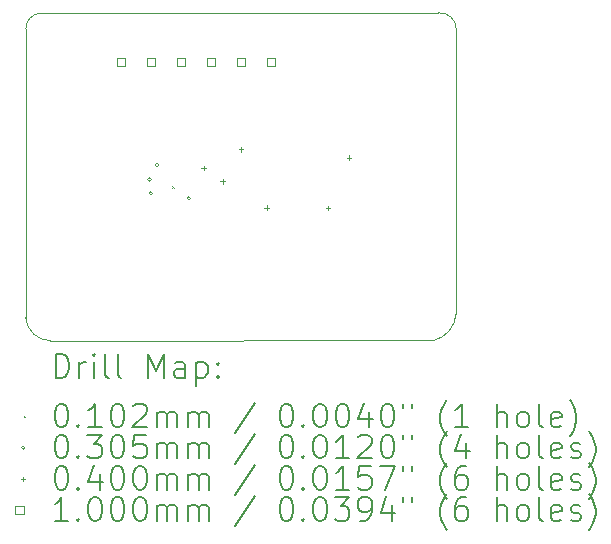
<source format=gbr>
%TF.GenerationSoftware,KiCad,Pcbnew,(6.0.7)*%
%TF.CreationDate,2023-01-24T00:43:17-08:00*%
%TF.ProjectId,Sensors,53656e73-6f72-4732-9e6b-696361645f70,rev?*%
%TF.SameCoordinates,Original*%
%TF.FileFunction,Drillmap*%
%TF.FilePolarity,Positive*%
%FSLAX45Y45*%
G04 Gerber Fmt 4.5, Leading zero omitted, Abs format (unit mm)*
G04 Created by KiCad (PCBNEW (6.0.7)) date 2023-01-24 00:43:17*
%MOMM*%
%LPD*%
G01*
G04 APERTURE LIST*
%ADD10C,0.050000*%
%ADD11C,0.200000*%
%ADD12C,0.010160*%
%ADD13C,0.030480*%
%ADD14C,0.040000*%
%ADD15C,0.100000*%
G04 APERTURE END LIST*
D10*
X12057623Y-7307784D02*
G75*
G03*
X12247037Y-7084735I-57044J240393D01*
G01*
X12249293Y-4672665D02*
G75*
G03*
X12094013Y-4534224I-139311J48D01*
G01*
X8813060Y-7310679D02*
X12057839Y-7308694D01*
X8733543Y-4535040D02*
X12094013Y-4534224D01*
X8603864Y-4673303D02*
X8602011Y-7117662D01*
X8733543Y-4535047D02*
G75*
G03*
X8603864Y-4673303I5627J-135223D01*
G01*
X8602203Y-7117642D02*
G75*
G03*
X8813060Y-7310679I214455J22572D01*
G01*
X12249293Y-4672665D02*
X12247037Y-7084735D01*
D11*
D12*
X9844726Y-6003766D02*
X9854886Y-6013926D01*
X9854886Y-6003766D02*
X9844726Y-6013926D01*
D13*
X9668813Y-5945444D02*
G75*
G03*
X9668813Y-5945444I-15240J0D01*
G01*
X9678911Y-6061758D02*
G75*
G03*
X9678911Y-6061758I-15240J0D01*
G01*
X9730780Y-5822812D02*
G75*
G03*
X9730780Y-5822812I-15240J0D01*
G01*
X9997843Y-6103377D02*
G75*
G03*
X9997843Y-6103377I-15240J0D01*
G01*
D14*
X10111664Y-5827696D02*
X10111664Y-5867696D01*
X10091664Y-5847696D02*
X10131664Y-5847696D01*
X10269710Y-5942442D02*
X10269710Y-5982442D01*
X10249710Y-5962442D02*
X10289710Y-5962442D01*
X10425592Y-5669650D02*
X10425592Y-5709650D01*
X10405592Y-5689650D02*
X10445592Y-5689650D01*
X10643581Y-6162911D02*
X10643581Y-6202911D01*
X10623581Y-6182911D02*
X10663581Y-6182911D01*
X11163186Y-6165797D02*
X11163186Y-6205797D01*
X11143186Y-6185797D02*
X11183186Y-6185797D01*
X11340056Y-5741434D02*
X11340056Y-5781434D01*
X11320056Y-5761434D02*
X11360056Y-5761434D01*
D15*
X9443172Y-4986734D02*
X9443172Y-4916023D01*
X9372461Y-4916023D01*
X9372461Y-4986734D01*
X9443172Y-4986734D01*
X9697172Y-4986734D02*
X9697172Y-4916023D01*
X9626461Y-4916023D01*
X9626461Y-4986734D01*
X9697172Y-4986734D01*
X9951172Y-4986734D02*
X9951172Y-4916023D01*
X9880461Y-4916023D01*
X9880461Y-4986734D01*
X9951172Y-4986734D01*
X10205172Y-4986734D02*
X10205172Y-4916023D01*
X10134461Y-4916023D01*
X10134461Y-4986734D01*
X10205172Y-4986734D01*
X10459172Y-4986734D02*
X10459172Y-4916023D01*
X10388461Y-4916023D01*
X10388461Y-4986734D01*
X10459172Y-4986734D01*
X10713172Y-4986734D02*
X10713172Y-4916023D01*
X10642461Y-4916023D01*
X10642461Y-4986734D01*
X10713172Y-4986734D01*
D11*
X8857130Y-7623655D02*
X8857130Y-7423655D01*
X8904749Y-7423655D01*
X8933321Y-7433179D01*
X8952368Y-7452226D01*
X8961892Y-7471274D01*
X8971416Y-7509369D01*
X8971416Y-7537941D01*
X8961892Y-7576036D01*
X8952368Y-7595083D01*
X8933321Y-7614131D01*
X8904749Y-7623655D01*
X8857130Y-7623655D01*
X9057130Y-7623655D02*
X9057130Y-7490322D01*
X9057130Y-7528417D02*
X9066654Y-7509369D01*
X9076178Y-7499845D01*
X9095225Y-7490322D01*
X9114273Y-7490322D01*
X9180940Y-7623655D02*
X9180940Y-7490322D01*
X9180940Y-7423655D02*
X9171416Y-7433179D01*
X9180940Y-7442703D01*
X9190463Y-7433179D01*
X9180940Y-7423655D01*
X9180940Y-7442703D01*
X9304749Y-7623655D02*
X9285702Y-7614131D01*
X9276178Y-7595083D01*
X9276178Y-7423655D01*
X9409511Y-7623655D02*
X9390463Y-7614131D01*
X9380940Y-7595083D01*
X9380940Y-7423655D01*
X9638083Y-7623655D02*
X9638083Y-7423655D01*
X9704749Y-7566512D01*
X9771416Y-7423655D01*
X9771416Y-7623655D01*
X9952368Y-7623655D02*
X9952368Y-7518893D01*
X9942844Y-7499845D01*
X9923797Y-7490322D01*
X9885702Y-7490322D01*
X9866654Y-7499845D01*
X9952368Y-7614131D02*
X9933321Y-7623655D01*
X9885702Y-7623655D01*
X9866654Y-7614131D01*
X9857130Y-7595083D01*
X9857130Y-7576036D01*
X9866654Y-7556988D01*
X9885702Y-7547464D01*
X9933321Y-7547464D01*
X9952368Y-7537941D01*
X10047606Y-7490322D02*
X10047606Y-7690322D01*
X10047606Y-7499845D02*
X10066654Y-7490322D01*
X10104749Y-7490322D01*
X10123797Y-7499845D01*
X10133321Y-7509369D01*
X10142844Y-7528417D01*
X10142844Y-7585560D01*
X10133321Y-7604607D01*
X10123797Y-7614131D01*
X10104749Y-7623655D01*
X10066654Y-7623655D01*
X10047606Y-7614131D01*
X10228559Y-7604607D02*
X10238083Y-7614131D01*
X10228559Y-7623655D01*
X10219035Y-7614131D01*
X10228559Y-7604607D01*
X10228559Y-7623655D01*
X10228559Y-7499845D02*
X10238083Y-7509369D01*
X10228559Y-7518893D01*
X10219035Y-7509369D01*
X10228559Y-7499845D01*
X10228559Y-7518893D01*
D12*
X8589351Y-7948099D02*
X8599511Y-7958259D01*
X8599511Y-7948099D02*
X8589351Y-7958259D01*
D11*
X8895225Y-7843655D02*
X8914273Y-7843655D01*
X8933321Y-7853179D01*
X8942844Y-7862703D01*
X8952368Y-7881750D01*
X8961892Y-7919845D01*
X8961892Y-7967464D01*
X8952368Y-8005560D01*
X8942844Y-8024607D01*
X8933321Y-8034131D01*
X8914273Y-8043655D01*
X8895225Y-8043655D01*
X8876178Y-8034131D01*
X8866654Y-8024607D01*
X8857130Y-8005560D01*
X8847606Y-7967464D01*
X8847606Y-7919845D01*
X8857130Y-7881750D01*
X8866654Y-7862703D01*
X8876178Y-7853179D01*
X8895225Y-7843655D01*
X9047606Y-8024607D02*
X9057130Y-8034131D01*
X9047606Y-8043655D01*
X9038083Y-8034131D01*
X9047606Y-8024607D01*
X9047606Y-8043655D01*
X9247606Y-8043655D02*
X9133321Y-8043655D01*
X9190463Y-8043655D02*
X9190463Y-7843655D01*
X9171416Y-7872226D01*
X9152368Y-7891274D01*
X9133321Y-7900798D01*
X9371416Y-7843655D02*
X9390463Y-7843655D01*
X9409511Y-7853179D01*
X9419035Y-7862703D01*
X9428559Y-7881750D01*
X9438083Y-7919845D01*
X9438083Y-7967464D01*
X9428559Y-8005560D01*
X9419035Y-8024607D01*
X9409511Y-8034131D01*
X9390463Y-8043655D01*
X9371416Y-8043655D01*
X9352368Y-8034131D01*
X9342844Y-8024607D01*
X9333321Y-8005560D01*
X9323797Y-7967464D01*
X9323797Y-7919845D01*
X9333321Y-7881750D01*
X9342844Y-7862703D01*
X9352368Y-7853179D01*
X9371416Y-7843655D01*
X9514273Y-7862703D02*
X9523797Y-7853179D01*
X9542844Y-7843655D01*
X9590463Y-7843655D01*
X9609511Y-7853179D01*
X9619035Y-7862703D01*
X9628559Y-7881750D01*
X9628559Y-7900798D01*
X9619035Y-7929369D01*
X9504749Y-8043655D01*
X9628559Y-8043655D01*
X9714273Y-8043655D02*
X9714273Y-7910322D01*
X9714273Y-7929369D02*
X9723797Y-7919845D01*
X9742844Y-7910322D01*
X9771416Y-7910322D01*
X9790463Y-7919845D01*
X9799987Y-7938893D01*
X9799987Y-8043655D01*
X9799987Y-7938893D02*
X9809511Y-7919845D01*
X9828559Y-7910322D01*
X9857130Y-7910322D01*
X9876178Y-7919845D01*
X9885702Y-7938893D01*
X9885702Y-8043655D01*
X9980940Y-8043655D02*
X9980940Y-7910322D01*
X9980940Y-7929369D02*
X9990463Y-7919845D01*
X10009511Y-7910322D01*
X10038083Y-7910322D01*
X10057130Y-7919845D01*
X10066654Y-7938893D01*
X10066654Y-8043655D01*
X10066654Y-7938893D02*
X10076178Y-7919845D01*
X10095225Y-7910322D01*
X10123797Y-7910322D01*
X10142844Y-7919845D01*
X10152368Y-7938893D01*
X10152368Y-8043655D01*
X10542844Y-7834131D02*
X10371416Y-8091274D01*
X10799987Y-7843655D02*
X10819035Y-7843655D01*
X10838083Y-7853179D01*
X10847606Y-7862703D01*
X10857130Y-7881750D01*
X10866654Y-7919845D01*
X10866654Y-7967464D01*
X10857130Y-8005560D01*
X10847606Y-8024607D01*
X10838083Y-8034131D01*
X10819035Y-8043655D01*
X10799987Y-8043655D01*
X10780940Y-8034131D01*
X10771416Y-8024607D01*
X10761892Y-8005560D01*
X10752368Y-7967464D01*
X10752368Y-7919845D01*
X10761892Y-7881750D01*
X10771416Y-7862703D01*
X10780940Y-7853179D01*
X10799987Y-7843655D01*
X10952368Y-8024607D02*
X10961892Y-8034131D01*
X10952368Y-8043655D01*
X10942844Y-8034131D01*
X10952368Y-8024607D01*
X10952368Y-8043655D01*
X11085702Y-7843655D02*
X11104749Y-7843655D01*
X11123797Y-7853179D01*
X11133321Y-7862703D01*
X11142844Y-7881750D01*
X11152368Y-7919845D01*
X11152368Y-7967464D01*
X11142844Y-8005560D01*
X11133321Y-8024607D01*
X11123797Y-8034131D01*
X11104749Y-8043655D01*
X11085702Y-8043655D01*
X11066654Y-8034131D01*
X11057130Y-8024607D01*
X11047606Y-8005560D01*
X11038083Y-7967464D01*
X11038083Y-7919845D01*
X11047606Y-7881750D01*
X11057130Y-7862703D01*
X11066654Y-7853179D01*
X11085702Y-7843655D01*
X11276178Y-7843655D02*
X11295225Y-7843655D01*
X11314273Y-7853179D01*
X11323797Y-7862703D01*
X11333321Y-7881750D01*
X11342844Y-7919845D01*
X11342844Y-7967464D01*
X11333321Y-8005560D01*
X11323797Y-8024607D01*
X11314273Y-8034131D01*
X11295225Y-8043655D01*
X11276178Y-8043655D01*
X11257130Y-8034131D01*
X11247606Y-8024607D01*
X11238082Y-8005560D01*
X11228559Y-7967464D01*
X11228559Y-7919845D01*
X11238082Y-7881750D01*
X11247606Y-7862703D01*
X11257130Y-7853179D01*
X11276178Y-7843655D01*
X11514273Y-7910322D02*
X11514273Y-8043655D01*
X11466654Y-7834131D02*
X11419035Y-7976988D01*
X11542844Y-7976988D01*
X11657130Y-7843655D02*
X11676178Y-7843655D01*
X11695225Y-7853179D01*
X11704749Y-7862703D01*
X11714273Y-7881750D01*
X11723797Y-7919845D01*
X11723797Y-7967464D01*
X11714273Y-8005560D01*
X11704749Y-8024607D01*
X11695225Y-8034131D01*
X11676178Y-8043655D01*
X11657130Y-8043655D01*
X11638082Y-8034131D01*
X11628559Y-8024607D01*
X11619035Y-8005560D01*
X11609511Y-7967464D01*
X11609511Y-7919845D01*
X11619035Y-7881750D01*
X11628559Y-7862703D01*
X11638082Y-7853179D01*
X11657130Y-7843655D01*
X11799987Y-7843655D02*
X11799987Y-7881750D01*
X11876178Y-7843655D02*
X11876178Y-7881750D01*
X12171416Y-8119845D02*
X12161892Y-8110322D01*
X12142844Y-8081750D01*
X12133321Y-8062703D01*
X12123797Y-8034131D01*
X12114273Y-7986512D01*
X12114273Y-7948417D01*
X12123797Y-7900798D01*
X12133321Y-7872226D01*
X12142844Y-7853179D01*
X12161892Y-7824607D01*
X12171416Y-7815083D01*
X12352368Y-8043655D02*
X12238082Y-8043655D01*
X12295225Y-8043655D02*
X12295225Y-7843655D01*
X12276178Y-7872226D01*
X12257130Y-7891274D01*
X12238082Y-7900798D01*
X12590463Y-8043655D02*
X12590463Y-7843655D01*
X12676178Y-8043655D02*
X12676178Y-7938893D01*
X12666654Y-7919845D01*
X12647606Y-7910322D01*
X12619035Y-7910322D01*
X12599987Y-7919845D01*
X12590463Y-7929369D01*
X12799987Y-8043655D02*
X12780940Y-8034131D01*
X12771416Y-8024607D01*
X12761892Y-8005560D01*
X12761892Y-7948417D01*
X12771416Y-7929369D01*
X12780940Y-7919845D01*
X12799987Y-7910322D01*
X12828559Y-7910322D01*
X12847606Y-7919845D01*
X12857130Y-7929369D01*
X12866654Y-7948417D01*
X12866654Y-8005560D01*
X12857130Y-8024607D01*
X12847606Y-8034131D01*
X12828559Y-8043655D01*
X12799987Y-8043655D01*
X12980940Y-8043655D02*
X12961892Y-8034131D01*
X12952368Y-8015083D01*
X12952368Y-7843655D01*
X13133321Y-8034131D02*
X13114273Y-8043655D01*
X13076178Y-8043655D01*
X13057130Y-8034131D01*
X13047606Y-8015083D01*
X13047606Y-7938893D01*
X13057130Y-7919845D01*
X13076178Y-7910322D01*
X13114273Y-7910322D01*
X13133321Y-7919845D01*
X13142844Y-7938893D01*
X13142844Y-7957941D01*
X13047606Y-7976988D01*
X13209511Y-8119845D02*
X13219035Y-8110322D01*
X13238082Y-8081750D01*
X13247606Y-8062703D01*
X13257130Y-8034131D01*
X13266654Y-7986512D01*
X13266654Y-7948417D01*
X13257130Y-7900798D01*
X13247606Y-7872226D01*
X13238082Y-7853179D01*
X13219035Y-7824607D01*
X13209511Y-7815083D01*
D13*
X8599511Y-8217179D02*
G75*
G03*
X8599511Y-8217179I-15240J0D01*
G01*
D11*
X8895225Y-8107655D02*
X8914273Y-8107655D01*
X8933321Y-8117179D01*
X8942844Y-8126703D01*
X8952368Y-8145750D01*
X8961892Y-8183845D01*
X8961892Y-8231464D01*
X8952368Y-8269560D01*
X8942844Y-8288607D01*
X8933321Y-8298131D01*
X8914273Y-8307655D01*
X8895225Y-8307655D01*
X8876178Y-8298131D01*
X8866654Y-8288607D01*
X8857130Y-8269560D01*
X8847606Y-8231464D01*
X8847606Y-8183845D01*
X8857130Y-8145750D01*
X8866654Y-8126703D01*
X8876178Y-8117179D01*
X8895225Y-8107655D01*
X9047606Y-8288607D02*
X9057130Y-8298131D01*
X9047606Y-8307655D01*
X9038083Y-8298131D01*
X9047606Y-8288607D01*
X9047606Y-8307655D01*
X9123797Y-8107655D02*
X9247606Y-8107655D01*
X9180940Y-8183845D01*
X9209511Y-8183845D01*
X9228559Y-8193369D01*
X9238083Y-8202893D01*
X9247606Y-8221941D01*
X9247606Y-8269560D01*
X9238083Y-8288607D01*
X9228559Y-8298131D01*
X9209511Y-8307655D01*
X9152368Y-8307655D01*
X9133321Y-8298131D01*
X9123797Y-8288607D01*
X9371416Y-8107655D02*
X9390463Y-8107655D01*
X9409511Y-8117179D01*
X9419035Y-8126703D01*
X9428559Y-8145750D01*
X9438083Y-8183845D01*
X9438083Y-8231464D01*
X9428559Y-8269560D01*
X9419035Y-8288607D01*
X9409511Y-8298131D01*
X9390463Y-8307655D01*
X9371416Y-8307655D01*
X9352368Y-8298131D01*
X9342844Y-8288607D01*
X9333321Y-8269560D01*
X9323797Y-8231464D01*
X9323797Y-8183845D01*
X9333321Y-8145750D01*
X9342844Y-8126703D01*
X9352368Y-8117179D01*
X9371416Y-8107655D01*
X9619035Y-8107655D02*
X9523797Y-8107655D01*
X9514273Y-8202893D01*
X9523797Y-8193369D01*
X9542844Y-8183845D01*
X9590463Y-8183845D01*
X9609511Y-8193369D01*
X9619035Y-8202893D01*
X9628559Y-8221941D01*
X9628559Y-8269560D01*
X9619035Y-8288607D01*
X9609511Y-8298131D01*
X9590463Y-8307655D01*
X9542844Y-8307655D01*
X9523797Y-8298131D01*
X9514273Y-8288607D01*
X9714273Y-8307655D02*
X9714273Y-8174322D01*
X9714273Y-8193369D02*
X9723797Y-8183845D01*
X9742844Y-8174322D01*
X9771416Y-8174322D01*
X9790463Y-8183845D01*
X9799987Y-8202893D01*
X9799987Y-8307655D01*
X9799987Y-8202893D02*
X9809511Y-8183845D01*
X9828559Y-8174322D01*
X9857130Y-8174322D01*
X9876178Y-8183845D01*
X9885702Y-8202893D01*
X9885702Y-8307655D01*
X9980940Y-8307655D02*
X9980940Y-8174322D01*
X9980940Y-8193369D02*
X9990463Y-8183845D01*
X10009511Y-8174322D01*
X10038083Y-8174322D01*
X10057130Y-8183845D01*
X10066654Y-8202893D01*
X10066654Y-8307655D01*
X10066654Y-8202893D02*
X10076178Y-8183845D01*
X10095225Y-8174322D01*
X10123797Y-8174322D01*
X10142844Y-8183845D01*
X10152368Y-8202893D01*
X10152368Y-8307655D01*
X10542844Y-8098131D02*
X10371416Y-8355274D01*
X10799987Y-8107655D02*
X10819035Y-8107655D01*
X10838083Y-8117179D01*
X10847606Y-8126703D01*
X10857130Y-8145750D01*
X10866654Y-8183845D01*
X10866654Y-8231464D01*
X10857130Y-8269560D01*
X10847606Y-8288607D01*
X10838083Y-8298131D01*
X10819035Y-8307655D01*
X10799987Y-8307655D01*
X10780940Y-8298131D01*
X10771416Y-8288607D01*
X10761892Y-8269560D01*
X10752368Y-8231464D01*
X10752368Y-8183845D01*
X10761892Y-8145750D01*
X10771416Y-8126703D01*
X10780940Y-8117179D01*
X10799987Y-8107655D01*
X10952368Y-8288607D02*
X10961892Y-8298131D01*
X10952368Y-8307655D01*
X10942844Y-8298131D01*
X10952368Y-8288607D01*
X10952368Y-8307655D01*
X11085702Y-8107655D02*
X11104749Y-8107655D01*
X11123797Y-8117179D01*
X11133321Y-8126703D01*
X11142844Y-8145750D01*
X11152368Y-8183845D01*
X11152368Y-8231464D01*
X11142844Y-8269560D01*
X11133321Y-8288607D01*
X11123797Y-8298131D01*
X11104749Y-8307655D01*
X11085702Y-8307655D01*
X11066654Y-8298131D01*
X11057130Y-8288607D01*
X11047606Y-8269560D01*
X11038083Y-8231464D01*
X11038083Y-8183845D01*
X11047606Y-8145750D01*
X11057130Y-8126703D01*
X11066654Y-8117179D01*
X11085702Y-8107655D01*
X11342844Y-8307655D02*
X11228559Y-8307655D01*
X11285701Y-8307655D02*
X11285701Y-8107655D01*
X11266654Y-8136226D01*
X11247606Y-8155274D01*
X11228559Y-8164798D01*
X11419035Y-8126703D02*
X11428559Y-8117179D01*
X11447606Y-8107655D01*
X11495225Y-8107655D01*
X11514273Y-8117179D01*
X11523797Y-8126703D01*
X11533321Y-8145750D01*
X11533321Y-8164798D01*
X11523797Y-8193369D01*
X11409511Y-8307655D01*
X11533321Y-8307655D01*
X11657130Y-8107655D02*
X11676178Y-8107655D01*
X11695225Y-8117179D01*
X11704749Y-8126703D01*
X11714273Y-8145750D01*
X11723797Y-8183845D01*
X11723797Y-8231464D01*
X11714273Y-8269560D01*
X11704749Y-8288607D01*
X11695225Y-8298131D01*
X11676178Y-8307655D01*
X11657130Y-8307655D01*
X11638082Y-8298131D01*
X11628559Y-8288607D01*
X11619035Y-8269560D01*
X11609511Y-8231464D01*
X11609511Y-8183845D01*
X11619035Y-8145750D01*
X11628559Y-8126703D01*
X11638082Y-8117179D01*
X11657130Y-8107655D01*
X11799987Y-8107655D02*
X11799987Y-8145750D01*
X11876178Y-8107655D02*
X11876178Y-8145750D01*
X12171416Y-8383845D02*
X12161892Y-8374322D01*
X12142844Y-8345750D01*
X12133321Y-8326703D01*
X12123797Y-8298131D01*
X12114273Y-8250512D01*
X12114273Y-8212417D01*
X12123797Y-8164798D01*
X12133321Y-8136226D01*
X12142844Y-8117179D01*
X12161892Y-8088607D01*
X12171416Y-8079083D01*
X12333321Y-8174322D02*
X12333321Y-8307655D01*
X12285701Y-8098131D02*
X12238082Y-8240988D01*
X12361892Y-8240988D01*
X12590463Y-8307655D02*
X12590463Y-8107655D01*
X12676178Y-8307655D02*
X12676178Y-8202893D01*
X12666654Y-8183845D01*
X12647606Y-8174322D01*
X12619035Y-8174322D01*
X12599987Y-8183845D01*
X12590463Y-8193369D01*
X12799987Y-8307655D02*
X12780940Y-8298131D01*
X12771416Y-8288607D01*
X12761892Y-8269560D01*
X12761892Y-8212417D01*
X12771416Y-8193369D01*
X12780940Y-8183845D01*
X12799987Y-8174322D01*
X12828559Y-8174322D01*
X12847606Y-8183845D01*
X12857130Y-8193369D01*
X12866654Y-8212417D01*
X12866654Y-8269560D01*
X12857130Y-8288607D01*
X12847606Y-8298131D01*
X12828559Y-8307655D01*
X12799987Y-8307655D01*
X12980940Y-8307655D02*
X12961892Y-8298131D01*
X12952368Y-8279083D01*
X12952368Y-8107655D01*
X13133321Y-8298131D02*
X13114273Y-8307655D01*
X13076178Y-8307655D01*
X13057130Y-8298131D01*
X13047606Y-8279083D01*
X13047606Y-8202893D01*
X13057130Y-8183845D01*
X13076178Y-8174322D01*
X13114273Y-8174322D01*
X13133321Y-8183845D01*
X13142844Y-8202893D01*
X13142844Y-8221941D01*
X13047606Y-8240988D01*
X13219035Y-8298131D02*
X13238082Y-8307655D01*
X13276178Y-8307655D01*
X13295225Y-8298131D01*
X13304749Y-8279083D01*
X13304749Y-8269560D01*
X13295225Y-8250512D01*
X13276178Y-8240988D01*
X13247606Y-8240988D01*
X13228559Y-8231464D01*
X13219035Y-8212417D01*
X13219035Y-8202893D01*
X13228559Y-8183845D01*
X13247606Y-8174322D01*
X13276178Y-8174322D01*
X13295225Y-8183845D01*
X13371416Y-8383845D02*
X13380940Y-8374322D01*
X13399987Y-8345750D01*
X13409511Y-8326703D01*
X13419035Y-8298131D01*
X13428559Y-8250512D01*
X13428559Y-8212417D01*
X13419035Y-8164798D01*
X13409511Y-8136226D01*
X13399987Y-8117179D01*
X13380940Y-8088607D01*
X13371416Y-8079083D01*
D14*
X8579511Y-8461179D02*
X8579511Y-8501179D01*
X8559511Y-8481179D02*
X8599511Y-8481179D01*
D11*
X8895225Y-8371655D02*
X8914273Y-8371655D01*
X8933321Y-8381179D01*
X8942844Y-8390703D01*
X8952368Y-8409750D01*
X8961892Y-8447845D01*
X8961892Y-8495465D01*
X8952368Y-8533560D01*
X8942844Y-8552607D01*
X8933321Y-8562131D01*
X8914273Y-8571655D01*
X8895225Y-8571655D01*
X8876178Y-8562131D01*
X8866654Y-8552607D01*
X8857130Y-8533560D01*
X8847606Y-8495465D01*
X8847606Y-8447845D01*
X8857130Y-8409750D01*
X8866654Y-8390703D01*
X8876178Y-8381179D01*
X8895225Y-8371655D01*
X9047606Y-8552607D02*
X9057130Y-8562131D01*
X9047606Y-8571655D01*
X9038083Y-8562131D01*
X9047606Y-8552607D01*
X9047606Y-8571655D01*
X9228559Y-8438322D02*
X9228559Y-8571655D01*
X9180940Y-8362131D02*
X9133321Y-8504988D01*
X9257130Y-8504988D01*
X9371416Y-8371655D02*
X9390463Y-8371655D01*
X9409511Y-8381179D01*
X9419035Y-8390703D01*
X9428559Y-8409750D01*
X9438083Y-8447845D01*
X9438083Y-8495465D01*
X9428559Y-8533560D01*
X9419035Y-8552607D01*
X9409511Y-8562131D01*
X9390463Y-8571655D01*
X9371416Y-8571655D01*
X9352368Y-8562131D01*
X9342844Y-8552607D01*
X9333321Y-8533560D01*
X9323797Y-8495465D01*
X9323797Y-8447845D01*
X9333321Y-8409750D01*
X9342844Y-8390703D01*
X9352368Y-8381179D01*
X9371416Y-8371655D01*
X9561892Y-8371655D02*
X9580940Y-8371655D01*
X9599987Y-8381179D01*
X9609511Y-8390703D01*
X9619035Y-8409750D01*
X9628559Y-8447845D01*
X9628559Y-8495465D01*
X9619035Y-8533560D01*
X9609511Y-8552607D01*
X9599987Y-8562131D01*
X9580940Y-8571655D01*
X9561892Y-8571655D01*
X9542844Y-8562131D01*
X9533321Y-8552607D01*
X9523797Y-8533560D01*
X9514273Y-8495465D01*
X9514273Y-8447845D01*
X9523797Y-8409750D01*
X9533321Y-8390703D01*
X9542844Y-8381179D01*
X9561892Y-8371655D01*
X9714273Y-8571655D02*
X9714273Y-8438322D01*
X9714273Y-8457369D02*
X9723797Y-8447845D01*
X9742844Y-8438322D01*
X9771416Y-8438322D01*
X9790463Y-8447845D01*
X9799987Y-8466893D01*
X9799987Y-8571655D01*
X9799987Y-8466893D02*
X9809511Y-8447845D01*
X9828559Y-8438322D01*
X9857130Y-8438322D01*
X9876178Y-8447845D01*
X9885702Y-8466893D01*
X9885702Y-8571655D01*
X9980940Y-8571655D02*
X9980940Y-8438322D01*
X9980940Y-8457369D02*
X9990463Y-8447845D01*
X10009511Y-8438322D01*
X10038083Y-8438322D01*
X10057130Y-8447845D01*
X10066654Y-8466893D01*
X10066654Y-8571655D01*
X10066654Y-8466893D02*
X10076178Y-8447845D01*
X10095225Y-8438322D01*
X10123797Y-8438322D01*
X10142844Y-8447845D01*
X10152368Y-8466893D01*
X10152368Y-8571655D01*
X10542844Y-8362131D02*
X10371416Y-8619274D01*
X10799987Y-8371655D02*
X10819035Y-8371655D01*
X10838083Y-8381179D01*
X10847606Y-8390703D01*
X10857130Y-8409750D01*
X10866654Y-8447845D01*
X10866654Y-8495465D01*
X10857130Y-8533560D01*
X10847606Y-8552607D01*
X10838083Y-8562131D01*
X10819035Y-8571655D01*
X10799987Y-8571655D01*
X10780940Y-8562131D01*
X10771416Y-8552607D01*
X10761892Y-8533560D01*
X10752368Y-8495465D01*
X10752368Y-8447845D01*
X10761892Y-8409750D01*
X10771416Y-8390703D01*
X10780940Y-8381179D01*
X10799987Y-8371655D01*
X10952368Y-8552607D02*
X10961892Y-8562131D01*
X10952368Y-8571655D01*
X10942844Y-8562131D01*
X10952368Y-8552607D01*
X10952368Y-8571655D01*
X11085702Y-8371655D02*
X11104749Y-8371655D01*
X11123797Y-8381179D01*
X11133321Y-8390703D01*
X11142844Y-8409750D01*
X11152368Y-8447845D01*
X11152368Y-8495465D01*
X11142844Y-8533560D01*
X11133321Y-8552607D01*
X11123797Y-8562131D01*
X11104749Y-8571655D01*
X11085702Y-8571655D01*
X11066654Y-8562131D01*
X11057130Y-8552607D01*
X11047606Y-8533560D01*
X11038083Y-8495465D01*
X11038083Y-8447845D01*
X11047606Y-8409750D01*
X11057130Y-8390703D01*
X11066654Y-8381179D01*
X11085702Y-8371655D01*
X11342844Y-8571655D02*
X11228559Y-8571655D01*
X11285701Y-8571655D02*
X11285701Y-8371655D01*
X11266654Y-8400226D01*
X11247606Y-8419274D01*
X11228559Y-8428798D01*
X11523797Y-8371655D02*
X11428559Y-8371655D01*
X11419035Y-8466893D01*
X11428559Y-8457369D01*
X11447606Y-8447845D01*
X11495225Y-8447845D01*
X11514273Y-8457369D01*
X11523797Y-8466893D01*
X11533321Y-8485941D01*
X11533321Y-8533560D01*
X11523797Y-8552607D01*
X11514273Y-8562131D01*
X11495225Y-8571655D01*
X11447606Y-8571655D01*
X11428559Y-8562131D01*
X11419035Y-8552607D01*
X11599987Y-8371655D02*
X11733321Y-8371655D01*
X11647606Y-8571655D01*
X11799987Y-8371655D02*
X11799987Y-8409750D01*
X11876178Y-8371655D02*
X11876178Y-8409750D01*
X12171416Y-8647845D02*
X12161892Y-8638322D01*
X12142844Y-8609750D01*
X12133321Y-8590703D01*
X12123797Y-8562131D01*
X12114273Y-8514512D01*
X12114273Y-8476417D01*
X12123797Y-8428798D01*
X12133321Y-8400226D01*
X12142844Y-8381179D01*
X12161892Y-8352607D01*
X12171416Y-8343083D01*
X12333321Y-8371655D02*
X12295225Y-8371655D01*
X12276178Y-8381179D01*
X12266654Y-8390703D01*
X12247606Y-8419274D01*
X12238082Y-8457369D01*
X12238082Y-8533560D01*
X12247606Y-8552607D01*
X12257130Y-8562131D01*
X12276178Y-8571655D01*
X12314273Y-8571655D01*
X12333321Y-8562131D01*
X12342844Y-8552607D01*
X12352368Y-8533560D01*
X12352368Y-8485941D01*
X12342844Y-8466893D01*
X12333321Y-8457369D01*
X12314273Y-8447845D01*
X12276178Y-8447845D01*
X12257130Y-8457369D01*
X12247606Y-8466893D01*
X12238082Y-8485941D01*
X12590463Y-8571655D02*
X12590463Y-8371655D01*
X12676178Y-8571655D02*
X12676178Y-8466893D01*
X12666654Y-8447845D01*
X12647606Y-8438322D01*
X12619035Y-8438322D01*
X12599987Y-8447845D01*
X12590463Y-8457369D01*
X12799987Y-8571655D02*
X12780940Y-8562131D01*
X12771416Y-8552607D01*
X12761892Y-8533560D01*
X12761892Y-8476417D01*
X12771416Y-8457369D01*
X12780940Y-8447845D01*
X12799987Y-8438322D01*
X12828559Y-8438322D01*
X12847606Y-8447845D01*
X12857130Y-8457369D01*
X12866654Y-8476417D01*
X12866654Y-8533560D01*
X12857130Y-8552607D01*
X12847606Y-8562131D01*
X12828559Y-8571655D01*
X12799987Y-8571655D01*
X12980940Y-8571655D02*
X12961892Y-8562131D01*
X12952368Y-8543084D01*
X12952368Y-8371655D01*
X13133321Y-8562131D02*
X13114273Y-8571655D01*
X13076178Y-8571655D01*
X13057130Y-8562131D01*
X13047606Y-8543084D01*
X13047606Y-8466893D01*
X13057130Y-8447845D01*
X13076178Y-8438322D01*
X13114273Y-8438322D01*
X13133321Y-8447845D01*
X13142844Y-8466893D01*
X13142844Y-8485941D01*
X13047606Y-8504988D01*
X13219035Y-8562131D02*
X13238082Y-8571655D01*
X13276178Y-8571655D01*
X13295225Y-8562131D01*
X13304749Y-8543084D01*
X13304749Y-8533560D01*
X13295225Y-8514512D01*
X13276178Y-8504988D01*
X13247606Y-8504988D01*
X13228559Y-8495465D01*
X13219035Y-8476417D01*
X13219035Y-8466893D01*
X13228559Y-8447845D01*
X13247606Y-8438322D01*
X13276178Y-8438322D01*
X13295225Y-8447845D01*
X13371416Y-8647845D02*
X13380940Y-8638322D01*
X13399987Y-8609750D01*
X13409511Y-8590703D01*
X13419035Y-8562131D01*
X13428559Y-8514512D01*
X13428559Y-8476417D01*
X13419035Y-8428798D01*
X13409511Y-8400226D01*
X13399987Y-8381179D01*
X13380940Y-8352607D01*
X13371416Y-8343083D01*
D15*
X8584867Y-8780535D02*
X8584867Y-8709823D01*
X8514155Y-8709823D01*
X8514155Y-8780535D01*
X8584867Y-8780535D01*
D11*
X8961892Y-8835655D02*
X8847606Y-8835655D01*
X8904749Y-8835655D02*
X8904749Y-8635655D01*
X8885702Y-8664226D01*
X8866654Y-8683274D01*
X8847606Y-8692798D01*
X9047606Y-8816607D02*
X9057130Y-8826131D01*
X9047606Y-8835655D01*
X9038083Y-8826131D01*
X9047606Y-8816607D01*
X9047606Y-8835655D01*
X9180940Y-8635655D02*
X9199987Y-8635655D01*
X9219035Y-8645179D01*
X9228559Y-8654703D01*
X9238083Y-8673750D01*
X9247606Y-8711845D01*
X9247606Y-8759465D01*
X9238083Y-8797560D01*
X9228559Y-8816607D01*
X9219035Y-8826131D01*
X9199987Y-8835655D01*
X9180940Y-8835655D01*
X9161892Y-8826131D01*
X9152368Y-8816607D01*
X9142844Y-8797560D01*
X9133321Y-8759465D01*
X9133321Y-8711845D01*
X9142844Y-8673750D01*
X9152368Y-8654703D01*
X9161892Y-8645179D01*
X9180940Y-8635655D01*
X9371416Y-8635655D02*
X9390463Y-8635655D01*
X9409511Y-8645179D01*
X9419035Y-8654703D01*
X9428559Y-8673750D01*
X9438083Y-8711845D01*
X9438083Y-8759465D01*
X9428559Y-8797560D01*
X9419035Y-8816607D01*
X9409511Y-8826131D01*
X9390463Y-8835655D01*
X9371416Y-8835655D01*
X9352368Y-8826131D01*
X9342844Y-8816607D01*
X9333321Y-8797560D01*
X9323797Y-8759465D01*
X9323797Y-8711845D01*
X9333321Y-8673750D01*
X9342844Y-8654703D01*
X9352368Y-8645179D01*
X9371416Y-8635655D01*
X9561892Y-8635655D02*
X9580940Y-8635655D01*
X9599987Y-8645179D01*
X9609511Y-8654703D01*
X9619035Y-8673750D01*
X9628559Y-8711845D01*
X9628559Y-8759465D01*
X9619035Y-8797560D01*
X9609511Y-8816607D01*
X9599987Y-8826131D01*
X9580940Y-8835655D01*
X9561892Y-8835655D01*
X9542844Y-8826131D01*
X9533321Y-8816607D01*
X9523797Y-8797560D01*
X9514273Y-8759465D01*
X9514273Y-8711845D01*
X9523797Y-8673750D01*
X9533321Y-8654703D01*
X9542844Y-8645179D01*
X9561892Y-8635655D01*
X9714273Y-8835655D02*
X9714273Y-8702322D01*
X9714273Y-8721369D02*
X9723797Y-8711845D01*
X9742844Y-8702322D01*
X9771416Y-8702322D01*
X9790463Y-8711845D01*
X9799987Y-8730893D01*
X9799987Y-8835655D01*
X9799987Y-8730893D02*
X9809511Y-8711845D01*
X9828559Y-8702322D01*
X9857130Y-8702322D01*
X9876178Y-8711845D01*
X9885702Y-8730893D01*
X9885702Y-8835655D01*
X9980940Y-8835655D02*
X9980940Y-8702322D01*
X9980940Y-8721369D02*
X9990463Y-8711845D01*
X10009511Y-8702322D01*
X10038083Y-8702322D01*
X10057130Y-8711845D01*
X10066654Y-8730893D01*
X10066654Y-8835655D01*
X10066654Y-8730893D02*
X10076178Y-8711845D01*
X10095225Y-8702322D01*
X10123797Y-8702322D01*
X10142844Y-8711845D01*
X10152368Y-8730893D01*
X10152368Y-8835655D01*
X10542844Y-8626131D02*
X10371416Y-8883274D01*
X10799987Y-8635655D02*
X10819035Y-8635655D01*
X10838083Y-8645179D01*
X10847606Y-8654703D01*
X10857130Y-8673750D01*
X10866654Y-8711845D01*
X10866654Y-8759465D01*
X10857130Y-8797560D01*
X10847606Y-8816607D01*
X10838083Y-8826131D01*
X10819035Y-8835655D01*
X10799987Y-8835655D01*
X10780940Y-8826131D01*
X10771416Y-8816607D01*
X10761892Y-8797560D01*
X10752368Y-8759465D01*
X10752368Y-8711845D01*
X10761892Y-8673750D01*
X10771416Y-8654703D01*
X10780940Y-8645179D01*
X10799987Y-8635655D01*
X10952368Y-8816607D02*
X10961892Y-8826131D01*
X10952368Y-8835655D01*
X10942844Y-8826131D01*
X10952368Y-8816607D01*
X10952368Y-8835655D01*
X11085702Y-8635655D02*
X11104749Y-8635655D01*
X11123797Y-8645179D01*
X11133321Y-8654703D01*
X11142844Y-8673750D01*
X11152368Y-8711845D01*
X11152368Y-8759465D01*
X11142844Y-8797560D01*
X11133321Y-8816607D01*
X11123797Y-8826131D01*
X11104749Y-8835655D01*
X11085702Y-8835655D01*
X11066654Y-8826131D01*
X11057130Y-8816607D01*
X11047606Y-8797560D01*
X11038083Y-8759465D01*
X11038083Y-8711845D01*
X11047606Y-8673750D01*
X11057130Y-8654703D01*
X11066654Y-8645179D01*
X11085702Y-8635655D01*
X11219035Y-8635655D02*
X11342844Y-8635655D01*
X11276178Y-8711845D01*
X11304749Y-8711845D01*
X11323797Y-8721369D01*
X11333321Y-8730893D01*
X11342844Y-8749941D01*
X11342844Y-8797560D01*
X11333321Y-8816607D01*
X11323797Y-8826131D01*
X11304749Y-8835655D01*
X11247606Y-8835655D01*
X11228559Y-8826131D01*
X11219035Y-8816607D01*
X11438082Y-8835655D02*
X11476178Y-8835655D01*
X11495225Y-8826131D01*
X11504749Y-8816607D01*
X11523797Y-8788036D01*
X11533321Y-8749941D01*
X11533321Y-8673750D01*
X11523797Y-8654703D01*
X11514273Y-8645179D01*
X11495225Y-8635655D01*
X11457130Y-8635655D01*
X11438082Y-8645179D01*
X11428559Y-8654703D01*
X11419035Y-8673750D01*
X11419035Y-8721369D01*
X11428559Y-8740417D01*
X11438082Y-8749941D01*
X11457130Y-8759465D01*
X11495225Y-8759465D01*
X11514273Y-8749941D01*
X11523797Y-8740417D01*
X11533321Y-8721369D01*
X11704749Y-8702322D02*
X11704749Y-8835655D01*
X11657130Y-8626131D02*
X11609511Y-8768988D01*
X11733321Y-8768988D01*
X11799987Y-8635655D02*
X11799987Y-8673750D01*
X11876178Y-8635655D02*
X11876178Y-8673750D01*
X12171416Y-8911845D02*
X12161892Y-8902322D01*
X12142844Y-8873750D01*
X12133321Y-8854703D01*
X12123797Y-8826131D01*
X12114273Y-8778512D01*
X12114273Y-8740417D01*
X12123797Y-8692798D01*
X12133321Y-8664226D01*
X12142844Y-8645179D01*
X12161892Y-8616607D01*
X12171416Y-8607084D01*
X12333321Y-8635655D02*
X12295225Y-8635655D01*
X12276178Y-8645179D01*
X12266654Y-8654703D01*
X12247606Y-8683274D01*
X12238082Y-8721369D01*
X12238082Y-8797560D01*
X12247606Y-8816607D01*
X12257130Y-8826131D01*
X12276178Y-8835655D01*
X12314273Y-8835655D01*
X12333321Y-8826131D01*
X12342844Y-8816607D01*
X12352368Y-8797560D01*
X12352368Y-8749941D01*
X12342844Y-8730893D01*
X12333321Y-8721369D01*
X12314273Y-8711845D01*
X12276178Y-8711845D01*
X12257130Y-8721369D01*
X12247606Y-8730893D01*
X12238082Y-8749941D01*
X12590463Y-8835655D02*
X12590463Y-8635655D01*
X12676178Y-8835655D02*
X12676178Y-8730893D01*
X12666654Y-8711845D01*
X12647606Y-8702322D01*
X12619035Y-8702322D01*
X12599987Y-8711845D01*
X12590463Y-8721369D01*
X12799987Y-8835655D02*
X12780940Y-8826131D01*
X12771416Y-8816607D01*
X12761892Y-8797560D01*
X12761892Y-8740417D01*
X12771416Y-8721369D01*
X12780940Y-8711845D01*
X12799987Y-8702322D01*
X12828559Y-8702322D01*
X12847606Y-8711845D01*
X12857130Y-8721369D01*
X12866654Y-8740417D01*
X12866654Y-8797560D01*
X12857130Y-8816607D01*
X12847606Y-8826131D01*
X12828559Y-8835655D01*
X12799987Y-8835655D01*
X12980940Y-8835655D02*
X12961892Y-8826131D01*
X12952368Y-8807084D01*
X12952368Y-8635655D01*
X13133321Y-8826131D02*
X13114273Y-8835655D01*
X13076178Y-8835655D01*
X13057130Y-8826131D01*
X13047606Y-8807084D01*
X13047606Y-8730893D01*
X13057130Y-8711845D01*
X13076178Y-8702322D01*
X13114273Y-8702322D01*
X13133321Y-8711845D01*
X13142844Y-8730893D01*
X13142844Y-8749941D01*
X13047606Y-8768988D01*
X13219035Y-8826131D02*
X13238082Y-8835655D01*
X13276178Y-8835655D01*
X13295225Y-8826131D01*
X13304749Y-8807084D01*
X13304749Y-8797560D01*
X13295225Y-8778512D01*
X13276178Y-8768988D01*
X13247606Y-8768988D01*
X13228559Y-8759465D01*
X13219035Y-8740417D01*
X13219035Y-8730893D01*
X13228559Y-8711845D01*
X13247606Y-8702322D01*
X13276178Y-8702322D01*
X13295225Y-8711845D01*
X13371416Y-8911845D02*
X13380940Y-8902322D01*
X13399987Y-8873750D01*
X13409511Y-8854703D01*
X13419035Y-8826131D01*
X13428559Y-8778512D01*
X13428559Y-8740417D01*
X13419035Y-8692798D01*
X13409511Y-8664226D01*
X13399987Y-8645179D01*
X13380940Y-8616607D01*
X13371416Y-8607084D01*
M02*

</source>
